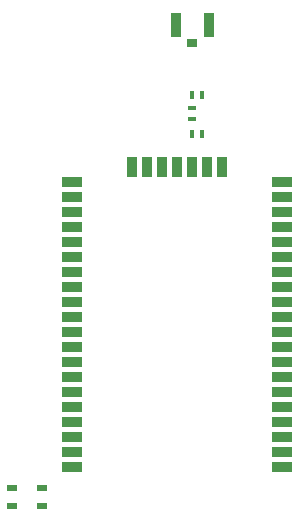
<source format=gbr>
G04 EAGLE Gerber RS-274X export*
G75*
%MOMM*%
%FSLAX34Y34*%
%LPD*%
%AMOC8*
5,1,8,0,0,1.08239X$1,22.5*%
G01*
%ADD10R,1.700000X0.900000*%
%ADD11R,0.900000X1.700000*%
%ADD12R,0.965200X0.762000*%
%ADD13R,0.812800X2.133600*%
%ADD14R,0.762000X0.457200*%
%ADD15R,0.457200X0.762000*%
%ADD16R,0.900000X0.600000*%


D10*
X330200Y114300D03*
X330200Y127000D03*
X330200Y139700D03*
X330200Y152400D03*
X330200Y165100D03*
X330200Y177800D03*
X330200Y190500D03*
X330200Y203200D03*
X330200Y215900D03*
X330200Y228600D03*
X330200Y241300D03*
X330200Y254000D03*
X330200Y266700D03*
X330200Y279400D03*
X330200Y292100D03*
X330200Y304800D03*
X330200Y317500D03*
X330200Y330200D03*
X330200Y342900D03*
X330200Y355600D03*
D11*
X279400Y368300D03*
X266700Y368300D03*
X254000Y368300D03*
X241300Y368300D03*
X228600Y368300D03*
X215900Y368300D03*
X203200Y368300D03*
D10*
X152400Y355600D03*
X152400Y342900D03*
X152400Y330200D03*
X152400Y317500D03*
X152400Y304800D03*
X152400Y292100D03*
X152400Y279400D03*
X152400Y266700D03*
X152400Y254000D03*
X152400Y241300D03*
X152400Y228600D03*
X152400Y215900D03*
X152400Y203200D03*
X152400Y190500D03*
X152400Y177800D03*
X152400Y165100D03*
X152400Y152400D03*
X152400Y139700D03*
X152400Y127000D03*
X152400Y114300D03*
D12*
X254000Y473456D03*
D13*
X267954Y488696D03*
X240046Y488696D03*
D14*
X254000Y418592D03*
X254000Y409448D03*
D15*
X253238Y396240D03*
X262382Y396240D03*
X253238Y429260D03*
X262382Y429260D03*
D16*
X127000Y81400D03*
X127000Y96400D03*
X101600Y81400D03*
X101600Y96400D03*
M02*

</source>
